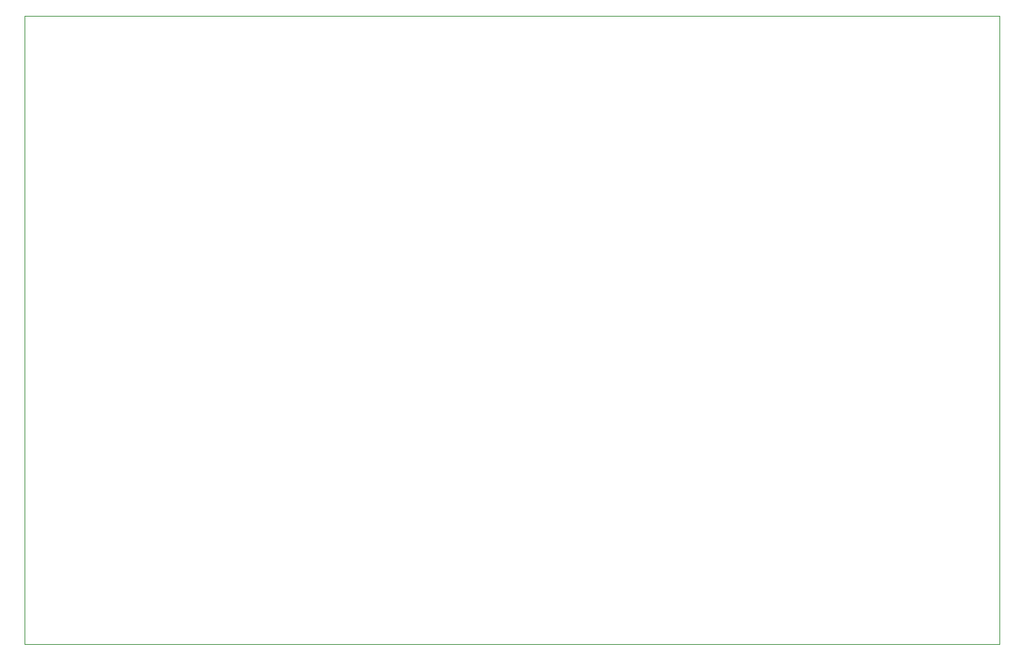
<source format=gbr>
%TF.GenerationSoftware,KiCad,Pcbnew,(5.1.10)-1*%
%TF.CreationDate,2021-06-15T10:49:33-05:00*%
%TF.ProjectId,gd VGC proto pcb,67642056-4743-4207-9072-6f746f207063,rev?*%
%TF.SameCoordinates,Original*%
%TF.FileFunction,Profile,NP*%
%FSLAX46Y46*%
G04 Gerber Fmt 4.6, Leading zero omitted, Abs format (unit mm)*
G04 Created by KiCad (PCBNEW (5.1.10)-1) date 2021-06-15 10:49:33*
%MOMM*%
%LPD*%
G01*
G04 APERTURE LIST*
%TA.AperFunction,Profile*%
%ADD10C,0.050000*%
%TD*%
G04 APERTURE END LIST*
D10*
X81280000Y-134620000D02*
X81280000Y-60960000D01*
X195580000Y-134620000D02*
X81280000Y-134620000D01*
X195580000Y-60960000D02*
X195580000Y-134620000D01*
X81280000Y-60960000D02*
X195580000Y-60960000D01*
M02*

</source>
